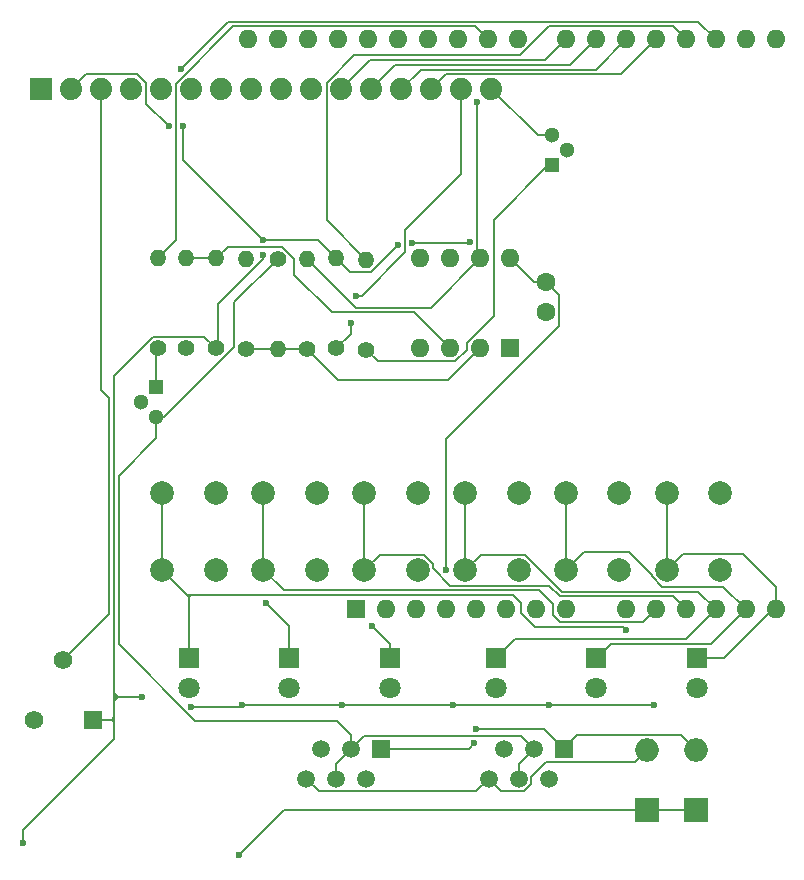
<source format=gbr>
%TF.GenerationSoftware,KiCad,Pcbnew,8.0.8*%
%TF.CreationDate,2025-05-20T23:19:57+02:00*%
%TF.ProjectId,LCD_LOCONET_SHIELD,4c43445f-4c4f-4434-9f4e-45545f534849,rev?*%
%TF.SameCoordinates,Original*%
%TF.FileFunction,Copper,L1,Top*%
%TF.FilePolarity,Positive*%
%FSLAX46Y46*%
G04 Gerber Fmt 4.6, Leading zero omitted, Abs format (unit mm)*
G04 Created by KiCad (PCBNEW 8.0.8) date 2025-05-20 23:19:57*
%MOMM*%
%LPD*%
G01*
G04 APERTURE LIST*
%TA.AperFunction,ComponentPad*%
%ADD10C,2.000000*%
%TD*%
%TA.AperFunction,ComponentPad*%
%ADD11R,1.879600X1.879600*%
%TD*%
%TA.AperFunction,ComponentPad*%
%ADD12C,1.879600*%
%TD*%
%TA.AperFunction,ComponentPad*%
%ADD13R,1.800000X1.800000*%
%TD*%
%TA.AperFunction,ComponentPad*%
%ADD14C,1.800000*%
%TD*%
%TA.AperFunction,ComponentPad*%
%ADD15R,1.560000X1.560000*%
%TD*%
%TA.AperFunction,ComponentPad*%
%ADD16C,1.560000*%
%TD*%
%TA.AperFunction,ComponentPad*%
%ADD17R,1.520000X1.520000*%
%TD*%
%TA.AperFunction,ComponentPad*%
%ADD18C,1.520000*%
%TD*%
%TA.AperFunction,ComponentPad*%
%ADD19R,2.000000X2.000000*%
%TD*%
%TA.AperFunction,ComponentPad*%
%ADD20O,2.000000X2.000000*%
%TD*%
%TA.AperFunction,ComponentPad*%
%ADD21C,1.400000*%
%TD*%
%TA.AperFunction,ComponentPad*%
%ADD22O,1.400000X1.400000*%
%TD*%
%TA.AperFunction,ComponentPad*%
%ADD23R,1.300000X1.300000*%
%TD*%
%TA.AperFunction,ComponentPad*%
%ADD24C,1.300000*%
%TD*%
%TA.AperFunction,ComponentPad*%
%ADD25C,1.600000*%
%TD*%
%TA.AperFunction,ComponentPad*%
%ADD26R,1.600000X1.600000*%
%TD*%
%TA.AperFunction,ComponentPad*%
%ADD27O,1.600000X1.600000*%
%TD*%
%TA.AperFunction,ViaPad*%
%ADD28C,0.600000*%
%TD*%
%TA.AperFunction,Conductor*%
%ADD29C,0.200000*%
%TD*%
G04 APERTURE END LIST*
D10*
%TO.P,SW5,1,1*%
%TO.N,Net-(D7-K)*%
X120450000Y-168750000D03*
X120450000Y-162250000D03*
%TO.P,SW5,2,2*%
%TO.N,GND*%
X124950000Y-168750000D03*
X124950000Y-162250000D03*
%TD*%
D11*
%TO.P,U3,1,VSS*%
%TO.N,GND*%
X76000000Y-128016000D03*
D12*
%TO.P,U3,2,VDD*%
%TO.N,+5V*%
X78540000Y-128016000D03*
%TO.P,U3,3,VO*%
%TO.N,Net-(U3-VO)*%
X81080000Y-128016000D03*
%TO.P,U3,4,RS*%
%TO.N,/RS*%
X83620000Y-128016000D03*
%TO.P,U3,5,R/W*%
%TO.N,GND*%
X86160000Y-128016000D03*
%TO.P,U3,6,E*%
%TO.N,/enabele*%
X88700000Y-128016000D03*
%TO.P,U3,7,DB0*%
%TO.N,unconnected-(U3-DB0-Pad7)*%
X91240000Y-128016000D03*
%TO.P,U3,8,DB1*%
%TO.N,unconnected-(U3-DB1-Pad8)*%
X93780000Y-128016000D03*
%TO.P,U3,9,DB2*%
%TO.N,unconnected-(U3-DB2-Pad9)*%
X96320000Y-128016000D03*
%TO.P,U3,10,DB3*%
%TO.N,unconnected-(U3-DB3-Pad10)*%
X98860000Y-128016000D03*
%TO.P,U3,11,DB4*%
%TO.N,/D4*%
X101400000Y-128016000D03*
%TO.P,U3,12,DB5*%
%TO.N,/D5*%
X103940000Y-128016000D03*
%TO.P,U3,13,DB6*%
%TO.N,/D6*%
X106480000Y-128016000D03*
%TO.P,U3,14,DB7*%
%TO.N,/D7*%
X109020000Y-128016000D03*
%TO.P,U3,15,A*%
%TO.N,Net-(U3-A)*%
X111560000Y-128016000D03*
%TO.P,U3,16,K*%
%TO.N,Net-(Q2-C)*%
X114100000Y-128016000D03*
%TD*%
D13*
%TO.P,D3,1,K*%
%TO.N,Net-(A1-A0)*%
X88500000Y-176225000D03*
D14*
%TO.P,D3,2,A*%
%TO.N,Net-(D3-A)*%
X88500000Y-178765000D03*
%TD*%
D13*
%TO.P,D4,1,K*%
%TO.N,Net-(A1-A1)*%
X97000000Y-176225000D03*
D14*
%TO.P,D4,2,A*%
%TO.N,Net-(D4-A)*%
X97000000Y-178765000D03*
%TD*%
D15*
%TO.P,RV1,1,1*%
%TO.N,+5V*%
X80351000Y-181403000D03*
D16*
%TO.P,RV1,2,2*%
%TO.N,Net-(U3-VO)*%
X77851000Y-176403000D03*
%TO.P,RV1,3,3*%
%TO.N,GND*%
X75351000Y-181403000D03*
%TD*%
D13*
%TO.P,D8,1,K*%
%TO.N,Net-(D8-K)*%
X131500000Y-176225000D03*
D14*
%TO.P,D8,2,A*%
%TO.N,Net-(D8-A)*%
X131500000Y-178765000D03*
%TD*%
D13*
%TO.P,D5,1,K*%
%TO.N,Net-(A1-A2)*%
X105500000Y-176225000D03*
D14*
%TO.P,D5,2,A*%
%TO.N,Net-(D5-A)*%
X105500000Y-178765000D03*
%TD*%
D13*
%TO.P,D7,1,K*%
%TO.N,Net-(D7-K)*%
X123000000Y-176225000D03*
D14*
%TO.P,D7,2,A*%
%TO.N,Net-(D7-A)*%
X123000000Y-178765000D03*
%TD*%
D10*
%TO.P,SW3,1,1*%
%TO.N,Net-(A1-A2)*%
X103350000Y-168750000D03*
X103350000Y-162250000D03*
%TO.P,SW3,2,2*%
%TO.N,GND*%
X107850000Y-168750000D03*
X107850000Y-162250000D03*
%TD*%
%TO.P,SW6,1,1*%
%TO.N,Net-(D8-K)*%
X129000000Y-168750000D03*
X129000000Y-162250000D03*
%TO.P,SW6,2,2*%
%TO.N,GND*%
X133500000Y-168750000D03*
X133500000Y-162250000D03*
%TD*%
%TO.P,SW2,1,1*%
%TO.N,Net-(A1-A1)*%
X94800000Y-168750000D03*
X94800000Y-162250000D03*
%TO.P,SW2,2,2*%
%TO.N,GND*%
X99300000Y-168750000D03*
X99300000Y-162250000D03*
%TD*%
D13*
%TO.P,D6,1,K*%
%TO.N,Net-(A1-A3)*%
X114500000Y-176225000D03*
D14*
%TO.P,D6,2,A*%
%TO.N,Net-(D6-A)*%
X114500000Y-178765000D03*
%TD*%
D10*
%TO.P,SW4,1,1*%
%TO.N,Net-(A1-A3)*%
X111900000Y-168750000D03*
X111900000Y-162250000D03*
%TO.P,SW4,2,2*%
%TO.N,GND*%
X116400000Y-168750000D03*
X116400000Y-162250000D03*
%TD*%
%TO.P,SW1,1,1*%
%TO.N,Net-(A1-A0)*%
X86250000Y-168750000D03*
X86250000Y-162250000D03*
%TO.P,SW1,2,2*%
%TO.N,GND*%
X90750000Y-168750000D03*
X90750000Y-162250000D03*
%TD*%
D17*
%TO.P,J1,1*%
%TO.N,Net-(D1-A)*%
X120250000Y-183858000D03*
D18*
%TO.P,J1,2*%
%TO.N,GND*%
X118980000Y-186398000D03*
%TO.P,J1,3*%
%TO.N,Net-(Q1-C)*%
X117710000Y-183858000D03*
%TO.P,J1,4*%
X116440000Y-186398000D03*
%TO.P,J1,5*%
%TO.N,GND*%
X115170000Y-183858000D03*
%TO.P,J1,6*%
%TO.N,Net-(D2-A)*%
X113900000Y-186398000D03*
%TD*%
D19*
%TO.P,D1,1,K*%
%TO.N,+12V*%
X131445000Y-189103000D03*
D20*
%TO.P,D1,2,A*%
%TO.N,Net-(D1-A)*%
X131445000Y-184023000D03*
%TD*%
D21*
%TO.P,R6,1*%
%TO.N,Net-(U1-+)*%
X98500000Y-150000000D03*
D22*
%TO.P,R6,2*%
%TO.N,/Lnet_Rx*%
X98500000Y-142380000D03*
%TD*%
D23*
%TO.P,Q2,1,B*%
%TO.N,Net-(Q2-B)*%
X119253000Y-134493000D03*
D24*
%TO.P,Q2,2,E*%
%TO.N,GND*%
X120523000Y-133223000D03*
%TO.P,Q2,3,C*%
%TO.N,Net-(Q2-C)*%
X119253000Y-131953000D03*
%TD*%
D21*
%TO.P,R2,1*%
%TO.N,Net-(U1-+)*%
X93350000Y-150000000D03*
D22*
%TO.P,R2,2*%
%TO.N,GND*%
X93350000Y-142380000D03*
%TD*%
D23*
%TO.P,Q1,1,B*%
%TO.N,Net-(Q1-B)*%
X85725000Y-153289000D03*
D24*
%TO.P,Q1,2,E*%
%TO.N,GND*%
X84455000Y-154559000D03*
%TO.P,Q1,3,C*%
%TO.N,Net-(Q1-C)*%
X85725000Y-155829000D03*
%TD*%
D25*
%TO.P,C1,1*%
%TO.N,+5V*%
X118707000Y-144394000D03*
%TO.P,C1,2*%
%TO.N,GND*%
X118707000Y-146894000D03*
%TD*%
D21*
%TO.P,R7,1*%
%TO.N,Net-(Q2-B)*%
X103505000Y-150114000D03*
D22*
%TO.P,R7,2*%
%TO.N,/background*%
X103505000Y-142494000D03*
%TD*%
D26*
%TO.P,U1,1,GND*%
%TO.N,GND*%
X115687000Y-149977000D03*
D27*
%TO.P,U1,2,+*%
%TO.N,Net-(U1-+)*%
X113147000Y-149977000D03*
%TO.P,U1,3,-*%
%TO.N,Net-(U1--)*%
X110607000Y-149977000D03*
%TO.P,U1,4,V-*%
%TO.N,GND*%
X108067000Y-149977000D03*
%TO.P,U1,5,BAL*%
%TO.N,unconnected-(U1-BAL-Pad5)*%
X108067000Y-142357000D03*
%TO.P,U1,6,STRB*%
%TO.N,unconnected-(U1-STRB-Pad6)*%
X110607000Y-142357000D03*
%TO.P,U1,7*%
%TO.N,/Lnet_Rx*%
X113147000Y-142357000D03*
%TO.P,U1,8,V+*%
%TO.N,+5V*%
X115687000Y-142357000D03*
%TD*%
D21*
%TO.P,R3,1*%
%TO.N,+5V*%
X90805000Y-149987000D03*
D22*
%TO.P,R3,2*%
%TO.N,Net-(U1--)*%
X90805000Y-142367000D03*
%TD*%
D21*
%TO.P,R5,1*%
%TO.N,Net-(Q1-B)*%
X85852000Y-149987000D03*
D22*
%TO.P,R5,2*%
%TO.N,/Lnet_Tx*%
X85852000Y-142367000D03*
%TD*%
D19*
%TO.P,D2,1,K*%
%TO.N,+12V*%
X127295000Y-189103000D03*
D20*
%TO.P,D2,2,A*%
%TO.N,Net-(D2-A)*%
X127295000Y-184023000D03*
%TD*%
D26*
%TO.P,A1,1,NC*%
%TO.N,unconnected-(A1-NC-Pad1)*%
X102616000Y-172085000D03*
D27*
%TO.P,A1,2,IOREF*%
%TO.N,unconnected-(A1-IOREF-Pad2)*%
X105156000Y-172085000D03*
%TO.P,A1,3,~{RESET}*%
%TO.N,unconnected-(A1-~{RESET}-Pad3)*%
X107696000Y-172085000D03*
%TO.P,A1,4,3V3*%
%TO.N,unconnected-(A1-3V3-Pad4)*%
X110236000Y-172085000D03*
%TO.P,A1,5,+5V*%
%TO.N,+5V*%
X112776000Y-172085000D03*
%TO.P,A1,6,GND*%
%TO.N,GND*%
X115316000Y-172085000D03*
%TO.P,A1,7,GND*%
X117856000Y-172085000D03*
%TO.P,A1,8,VIN*%
%TO.N,unconnected-(A1-VIN-Pad8)*%
X120396000Y-172085000D03*
%TO.P,A1,9,A0*%
%TO.N,Net-(A1-A0)*%
X125476000Y-172085000D03*
%TO.P,A1,10,A1*%
%TO.N,Net-(A1-A1)*%
X128016000Y-172085000D03*
%TO.P,A1,11,A2*%
%TO.N,Net-(A1-A2)*%
X130556000Y-172085000D03*
%TO.P,A1,12,A3*%
%TO.N,Net-(A1-A3)*%
X133096000Y-172085000D03*
%TO.P,A1,13,SDA/A4*%
%TO.N,Net-(D7-K)*%
X135636000Y-172085000D03*
%TO.P,A1,14,SCL/A5*%
%TO.N,Net-(D8-K)*%
X138176000Y-172085000D03*
%TO.P,A1,15,D0/RX*%
%TO.N,unconnected-(A1-D0{slash}RX-Pad15)*%
X138176000Y-123825000D03*
%TO.P,A1,16,D1/TX*%
%TO.N,unconnected-(A1-D1{slash}TX-Pad16)*%
X135636000Y-123825000D03*
%TO.P,A1,17,D2*%
%TO.N,/enabele*%
X133096000Y-123825000D03*
%TO.P,A1,18,D3*%
%TO.N,/background*%
X130556000Y-123825000D03*
%TO.P,A1,19,D4*%
%TO.N,/D7*%
X128016000Y-123825000D03*
%TO.P,A1,20,D5*%
%TO.N,/D6*%
X125476000Y-123825000D03*
%TO.P,A1,21,D6*%
%TO.N,/D5*%
X122936000Y-123825000D03*
%TO.P,A1,22,D7*%
%TO.N,/D4*%
X120396000Y-123825000D03*
%TO.P,A1,23,D8*%
%TO.N,/Lnet_Rx*%
X116336000Y-123825000D03*
%TO.P,A1,24,D9*%
%TO.N,/Lnet_Tx*%
X113796000Y-123825000D03*
%TO.P,A1,25,D10*%
%TO.N,unconnected-(A1-D10-Pad25)*%
X111256000Y-123825000D03*
%TO.P,A1,26,D11*%
%TO.N,unconnected-(A1-D11-Pad26)*%
X108716000Y-123825000D03*
%TO.P,A1,27,D12*%
%TO.N,unconnected-(A1-D12-Pad27)*%
X106176000Y-123825000D03*
%TO.P,A1,28,D13*%
%TO.N,unconnected-(A1-D13-Pad28)*%
X103636000Y-123825000D03*
%TO.P,A1,29,GND*%
%TO.N,GND*%
X101096000Y-123825000D03*
%TO.P,A1,30,AREF*%
%TO.N,unconnected-(A1-AREF-Pad30)*%
X98556000Y-123825000D03*
%TO.P,A1,31,SDA/A4*%
%TO.N,unconnected-(A1-SDA{slash}A4-Pad31)*%
X96016000Y-123825000D03*
%TO.P,A1,32,SCL/A5*%
%TO.N,unconnected-(A1-SCL{slash}A5-Pad32)*%
X93476000Y-123825000D03*
%TD*%
D21*
%TO.P,R8,1*%
%TO.N,Net-(U3-A)*%
X100990000Y-149987000D03*
D22*
%TO.P,R8,2*%
%TO.N,+5V*%
X100990000Y-142367000D03*
%TD*%
D17*
%TO.P,J2,1*%
%TO.N,Net-(D1-A)*%
X104780000Y-183858000D03*
D18*
%TO.P,J2,2*%
%TO.N,GND*%
X103510000Y-186398000D03*
%TO.P,J2,3*%
%TO.N,Net-(Q1-C)*%
X102240000Y-183858000D03*
%TO.P,J2,4*%
X100970000Y-186398000D03*
%TO.P,J2,5*%
%TO.N,GND*%
X99700000Y-183858000D03*
%TO.P,J2,6*%
%TO.N,Net-(D2-A)*%
X98430000Y-186398000D03*
%TD*%
D21*
%TO.P,R4,1*%
%TO.N,GND*%
X88265000Y-149987000D03*
D22*
%TO.P,R4,2*%
%TO.N,Net-(U1--)*%
X88265000Y-142367000D03*
%TD*%
D21*
%TO.P,R1,1*%
%TO.N,Net-(Q1-C)*%
X96000000Y-142380000D03*
D22*
%TO.P,R1,2*%
%TO.N,Net-(U1-+)*%
X96000000Y-150000000D03*
%TD*%
D28*
%TO.N,Net-(A1-A1)*%
X95000000Y-171500000D03*
%TO.N,/enabele*%
X87816564Y-126297564D03*
%TO.N,/Lnet_Rx*%
X112860200Y-129159000D03*
%TO.N,Net-(A1-A0)*%
X125476000Y-173785000D03*
%TO.N,Net-(A1-A2)*%
X104000000Y-173500000D03*
%TO.N,+5V*%
X110236000Y-168783000D03*
X118999000Y-180213000D03*
X110871000Y-180213000D03*
X112260200Y-140970000D03*
X107407000Y-141097000D03*
X94742000Y-140780000D03*
X87999800Y-131191000D03*
X84500000Y-179500000D03*
X101473000Y-180213000D03*
X94742000Y-142113000D03*
X74422000Y-191897000D03*
X86799800Y-131191000D03*
X106207000Y-141224000D03*
X88699265Y-180300735D03*
X127889000Y-180213000D03*
X92964000Y-180213000D03*
%TO.N,+12V*%
X92710000Y-192913000D03*
%TO.N,Net-(D1-A)*%
X112649000Y-183398000D03*
X112776000Y-182198000D03*
%TO.N,Net-(U3-A)*%
X102235000Y-147828000D03*
X102616000Y-145542000D03*
%TD*%
D29*
%TO.N,Net-(Q1-C)*%
X102240000Y-182704500D02*
X102240000Y-183858000D01*
%TO.N,Net-(A1-A1)*%
X119296000Y-172540635D02*
X119940365Y-173185000D01*
X119940365Y-173185000D02*
X126916000Y-173185000D01*
X118131239Y-170464604D02*
X119296000Y-171629365D01*
X94800000Y-162250000D02*
X94800000Y-168750000D01*
X126916000Y-173185000D02*
X128016000Y-172085000D01*
X97000000Y-173500000D02*
X95000000Y-171500000D01*
X94800000Y-168750000D02*
X96514604Y-170464604D01*
X119296000Y-171629365D02*
X119296000Y-172540635D01*
X97000000Y-176225000D02*
X97000000Y-173500000D01*
X96514604Y-170464604D02*
X118131239Y-170464604D01*
%TO.N,/Lnet_Tx*%
X87399800Y-140819200D02*
X87399800Y-127562858D01*
X87399800Y-127562858D02*
X92237658Y-122725000D01*
X92237658Y-122725000D02*
X112696000Y-122725000D01*
X112696000Y-122725000D02*
X113796000Y-123825000D01*
X85852000Y-142367000D02*
X87399800Y-140819200D01*
%TO.N,/D4*%
X120396000Y-123825000D02*
X118644800Y-125576200D01*
X118644800Y-125576200D02*
X103839800Y-125576200D01*
X103839800Y-125576200D02*
X101400000Y-128016000D01*
%TO.N,/background*%
X102486458Y-125176200D02*
X116540435Y-125176200D01*
X103505000Y-142494000D02*
X100160200Y-139149200D01*
X129456000Y-122725000D02*
X130556000Y-123825000D01*
X100160200Y-127502458D02*
X102486458Y-125176200D01*
X118991635Y-122725000D02*
X129456000Y-122725000D01*
X116540435Y-125176200D02*
X118991635Y-122725000D01*
X100160200Y-139149200D02*
X100160200Y-127502458D01*
%TO.N,/D7*%
X109020000Y-128016000D02*
X110259800Y-126776200D01*
X110259800Y-126776200D02*
X125064800Y-126776200D01*
X125064800Y-126776200D02*
X128016000Y-123825000D01*
%TO.N,/D6*%
X125476000Y-123825000D02*
X122924800Y-126376200D01*
X122924800Y-126376200D02*
X108119800Y-126376200D01*
X108119800Y-126376200D02*
X106480000Y-128016000D01*
%TO.N,/D5*%
X120784800Y-125976200D02*
X122936000Y-123825000D01*
X105979800Y-125976200D02*
X120784800Y-125976200D01*
X103940000Y-128016000D02*
X105979800Y-125976200D01*
%TO.N,/enabele*%
X91789128Y-122325000D02*
X87816564Y-126297564D01*
X91789128Y-122325000D02*
X131596000Y-122325000D01*
X133096000Y-123825000D02*
X131596000Y-122325000D01*
%TO.N,/Lnet_Rx*%
X98500000Y-142380000D02*
X102659000Y-146539000D01*
X102659000Y-146539000D02*
X108965000Y-146539000D01*
X108965000Y-146539000D02*
X113147000Y-142357000D01*
X112860200Y-142070200D02*
X112860200Y-129159000D01*
%TO.N,Net-(A1-A3)*%
X130556000Y-174625000D02*
X116100000Y-174625000D01*
X113200000Y-167450000D02*
X111900000Y-168750000D01*
X116100000Y-174625000D02*
X114500000Y-176225000D01*
X133096000Y-172085000D02*
X131591000Y-170580000D01*
X131591000Y-170580000D02*
X120068478Y-170580000D01*
X116938478Y-167450000D02*
X113200000Y-167450000D01*
X120068478Y-170580000D02*
X116938478Y-167450000D01*
X111900000Y-168750000D02*
X111900000Y-162250000D01*
X133096000Y-172085000D02*
X130556000Y-174625000D01*
%TO.N,Net-(A1-A0)*%
X88500000Y-176225000D02*
X88500000Y-171000000D01*
X117800365Y-173585000D02*
X116586000Y-172370635D01*
X88500000Y-171000000D02*
X88500000Y-170864604D01*
X88364604Y-170864604D02*
X86250000Y-168750000D01*
X88364604Y-170864604D02*
X88500000Y-171000000D01*
X89000000Y-170864604D02*
X88500000Y-170864604D01*
X116586000Y-172370635D02*
X116586000Y-171499604D01*
X125476000Y-173785000D02*
X125276000Y-173585000D01*
X116586000Y-171499604D02*
X115951000Y-170864604D01*
X86250000Y-168750000D02*
X86250000Y-162250000D01*
X88500000Y-170864604D02*
X88364604Y-170864604D01*
X125276000Y-173585000D02*
X117800365Y-173585000D01*
X115951000Y-170864604D02*
X89000000Y-170864604D01*
X89000000Y-170864604D02*
X88635396Y-170864604D01*
X88635396Y-170864604D02*
X88500000Y-171000000D01*
%TO.N,Net-(A1-A2)*%
X119902792Y-170980000D02*
X118987396Y-170064604D01*
X109150000Y-168586000D02*
X109150000Y-168211522D01*
X104650000Y-167450000D02*
X103350000Y-168750000D01*
X130556000Y-172085000D02*
X129451000Y-170980000D01*
X110628604Y-170064604D02*
X109150000Y-168586000D01*
X118987396Y-170064604D02*
X110628604Y-170064604D01*
X109150000Y-168211522D02*
X108388478Y-167450000D01*
X108388478Y-167450000D02*
X104650000Y-167450000D01*
X105500000Y-176225000D02*
X105500000Y-175000000D01*
X105500000Y-175000000D02*
X104000000Y-173500000D01*
X103350000Y-168750000D02*
X103350000Y-162250000D01*
X129451000Y-170980000D02*
X119902792Y-170980000D01*
%TO.N,+5V*%
X78540000Y-128016000D02*
X79779800Y-126776200D01*
X102117000Y-143494000D02*
X103937000Y-143494000D01*
X103937000Y-143494000D02*
X106207000Y-141224000D01*
X82150000Y-179850000D02*
X82500000Y-179500000D01*
X110871000Y-180213000D02*
X118999000Y-180213000D01*
X99403000Y-140780000D02*
X100990000Y-142367000D01*
X87999800Y-134037800D02*
X94742000Y-140780000D01*
X119807000Y-148057000D02*
X119807000Y-145494000D01*
X82150000Y-179150000D02*
X82500000Y-179500000D01*
X84859800Y-127502458D02*
X84859800Y-129251000D01*
X94742000Y-140780000D02*
X99403000Y-140780000D01*
X90932000Y-146212214D02*
X94742000Y-142402214D01*
X82150000Y-181229000D02*
X82150000Y-180000000D01*
X84133542Y-126776200D02*
X84859800Y-127502458D01*
X82150000Y-179500000D02*
X82150000Y-180000000D01*
X89805000Y-148987000D02*
X85437786Y-148987000D01*
X110236000Y-168783000D02*
X110236000Y-157628000D01*
X74422000Y-190743500D02*
X82150000Y-183015500D01*
X80351000Y-181403000D02*
X81976000Y-181403000D01*
X82150000Y-183015500D02*
X82150000Y-181610000D01*
X88699265Y-180300735D02*
X92876265Y-180300735D01*
X92964000Y-180213000D02*
X101473000Y-180213000D01*
X79779800Y-126776200D02*
X84133542Y-126776200D01*
X84859800Y-129251000D02*
X86799800Y-131191000D01*
X82500000Y-179500000D02*
X82150000Y-179500000D01*
X84500000Y-179500000D02*
X82500000Y-179500000D01*
X82150000Y-179000000D02*
X82150000Y-179150000D01*
X74422000Y-191897000D02*
X74422000Y-190743500D01*
X107407000Y-141097000D02*
X112133200Y-141097000D01*
X82150000Y-180000000D02*
X82150000Y-179850000D01*
X82150000Y-181610000D02*
X82150000Y-181229000D01*
X112133200Y-141097000D02*
X112260200Y-140970000D01*
X119807000Y-145494000D02*
X118707000Y-144394000D01*
X110236000Y-157628000D02*
X119807000Y-148057000D01*
X100990000Y-142367000D02*
X102117000Y-143494000D01*
X87999800Y-131191000D02*
X87999800Y-134037800D01*
X118999000Y-180213000D02*
X127889000Y-180213000D01*
X81976000Y-181436000D02*
X82150000Y-181610000D01*
X92876265Y-180300735D02*
X92964000Y-180213000D01*
X85437786Y-148987000D02*
X82150000Y-152274786D01*
X81976000Y-181403000D02*
X82150000Y-181229000D01*
X82150000Y-179000000D02*
X82150000Y-179500000D01*
X117724000Y-144394000D02*
X118707000Y-144394000D01*
X115687000Y-142357000D02*
X117724000Y-144394000D01*
X90932000Y-149860000D02*
X90932000Y-146212214D01*
X90805000Y-149987000D02*
X89805000Y-148987000D01*
X82150000Y-152274786D02*
X82150000Y-179000000D01*
X94742000Y-142402214D02*
X94742000Y-142113000D01*
X101473000Y-180213000D02*
X110871000Y-180213000D01*
X81976000Y-181403000D02*
X81976000Y-181436000D01*
%TO.N,+12V*%
X96520000Y-189103000D02*
X92710000Y-192913000D01*
X127295000Y-189103000D02*
X131445000Y-189103000D01*
X127295000Y-189103000D02*
X96520000Y-189103000D01*
%TO.N,Net-(Q1-C)*%
X100970000Y-186398000D02*
X100970000Y-185128000D01*
X86377214Y-155829000D02*
X92329000Y-149877214D01*
X116440000Y-186398000D02*
X116440000Y-185128000D01*
X117710000Y-183858000D02*
X116650000Y-182798000D01*
X85725000Y-155829000D02*
X85725000Y-157607000D01*
X100970000Y-185128000D02*
X102240000Y-183858000D01*
X82550000Y-175000000D02*
X89050000Y-181500000D01*
X103300000Y-182798000D02*
X102240000Y-183858000D01*
X101035500Y-181500000D02*
X102240000Y-182704500D01*
X116440000Y-185128000D02*
X117710000Y-183858000D01*
X85725000Y-157607000D02*
X82550000Y-160782000D01*
X89050000Y-181500000D02*
X101035500Y-181500000D01*
X92329000Y-146051000D02*
X96000000Y-142380000D01*
X85725000Y-155829000D02*
X86377214Y-155829000D01*
X82550000Y-160782000D02*
X82550000Y-175000000D01*
X92329000Y-149877214D02*
X92329000Y-146051000D01*
X116650000Y-182798000D02*
X103300000Y-182798000D01*
%TO.N,Net-(Q1-B)*%
X85725000Y-153289000D02*
X85725000Y-150114000D01*
%TO.N,Net-(D1-A)*%
X120250000Y-183858000D02*
X121385000Y-182723000D01*
X130145000Y-182723000D02*
X131445000Y-184023000D01*
X112776000Y-182198000D02*
X118590000Y-182198000D01*
X112189000Y-183858000D02*
X112649000Y-183398000D01*
X118590000Y-182198000D02*
X120250000Y-183858000D01*
X121385000Y-182723000D02*
X130145000Y-182723000D01*
X104780000Y-183858000D02*
X112189000Y-183858000D01*
%TO.N,Net-(D2-A)*%
X126295000Y-185023000D02*
X118761000Y-185023000D01*
X117500000Y-186837067D02*
X116879067Y-187458000D01*
X116879067Y-187458000D02*
X114960000Y-187458000D01*
X99490000Y-187458000D02*
X98430000Y-186398000D01*
X127295000Y-184023000D02*
X126295000Y-185023000D01*
X117500000Y-186284000D02*
X117500000Y-186837067D01*
X114960000Y-187458000D02*
X113900000Y-186398000D01*
X113900000Y-186398000D02*
X112840000Y-187458000D01*
X118761000Y-185023000D02*
X117500000Y-186284000D01*
X112840000Y-187458000D02*
X99490000Y-187458000D01*
%TO.N,Net-(Q2-C)*%
X118037000Y-131953000D02*
X119253000Y-131953000D01*
X114100000Y-128016000D02*
X118037000Y-131953000D01*
%TO.N,Net-(Q2-B)*%
X114300000Y-139128500D02*
X118935500Y-134493000D01*
X112047000Y-149521365D02*
X114300000Y-147268365D01*
X112047000Y-150092635D02*
X112047000Y-149521365D01*
X111062635Y-151077000D02*
X112047000Y-150092635D01*
X103505000Y-150114000D02*
X104468000Y-151077000D01*
X114300000Y-147268365D02*
X114300000Y-139128500D01*
X104468000Y-151077000D02*
X111062635Y-151077000D01*
%TO.N,Net-(U1-+)*%
X101154000Y-152654000D02*
X110470000Y-152654000D01*
X110470000Y-152654000D02*
X113147000Y-149977000D01*
X98500000Y-150000000D02*
X93350000Y-150000000D01*
X98500000Y-150000000D02*
X101154000Y-152654000D01*
%TO.N,Net-(U1--)*%
X91792000Y-141380000D02*
X96414214Y-141380000D01*
X107569000Y-146939000D02*
X110607000Y-149977000D01*
X96414214Y-141380000D02*
X97409000Y-142374786D01*
X100584000Y-146939000D02*
X107569000Y-146939000D01*
X97409000Y-142374786D02*
X97409000Y-143764000D01*
X88265000Y-142367000D02*
X90805000Y-142367000D01*
X90805000Y-142367000D02*
X91792000Y-141380000D01*
X97409000Y-143764000D02*
X100584000Y-146939000D01*
%TO.N,Net-(U3-A)*%
X102235000Y-148742000D02*
X102235000Y-147828000D01*
X103124000Y-145542000D02*
X106807000Y-141859000D01*
X111560000Y-135201000D02*
X111560000Y-128016000D01*
X100990000Y-149987000D02*
X102235000Y-148742000D01*
X106807000Y-139954000D02*
X111560000Y-135201000D01*
X102616000Y-145542000D02*
X103124000Y-145542000D01*
X106807000Y-141859000D02*
X106807000Y-139954000D01*
%TO.N,Net-(U3-VO)*%
X77851000Y-176403000D02*
X81750000Y-172504000D01*
X81750000Y-172504000D02*
X81750000Y-154178000D01*
X81750000Y-154178000D02*
X81080000Y-153508000D01*
X81080000Y-153508000D02*
X81080000Y-128016000D01*
%TO.N,Net-(D7-K)*%
X125795000Y-167259000D02*
X121941000Y-167259000D01*
X127700000Y-169164000D02*
X125795000Y-167259000D01*
X133731000Y-170180000D02*
X128591522Y-170180000D01*
X128591522Y-170180000D02*
X127700000Y-169288478D01*
X124200000Y-175025000D02*
X123000000Y-176225000D01*
X135636000Y-172085000D02*
X132696000Y-175025000D01*
X135636000Y-172085000D02*
X133731000Y-170180000D01*
X127700000Y-169288478D02*
X127700000Y-169164000D01*
X120450000Y-168750000D02*
X120450000Y-162250000D01*
X121941000Y-167259000D02*
X120450000Y-168750000D01*
X132696000Y-175025000D02*
X124200000Y-175025000D01*
%TO.N,Net-(D8-K)*%
X133775000Y-176225000D02*
X131500000Y-176225000D01*
X137915000Y-172085000D02*
X133775000Y-176225000D01*
X130364000Y-167386000D02*
X129000000Y-168750000D01*
X138176000Y-172085000D02*
X138176000Y-170180000D01*
X135382000Y-167386000D02*
X130364000Y-167386000D01*
X138176000Y-170180000D02*
X135382000Y-167386000D01*
X129000000Y-168750000D02*
X129000000Y-162250000D01*
%TD*%
M02*

</source>
